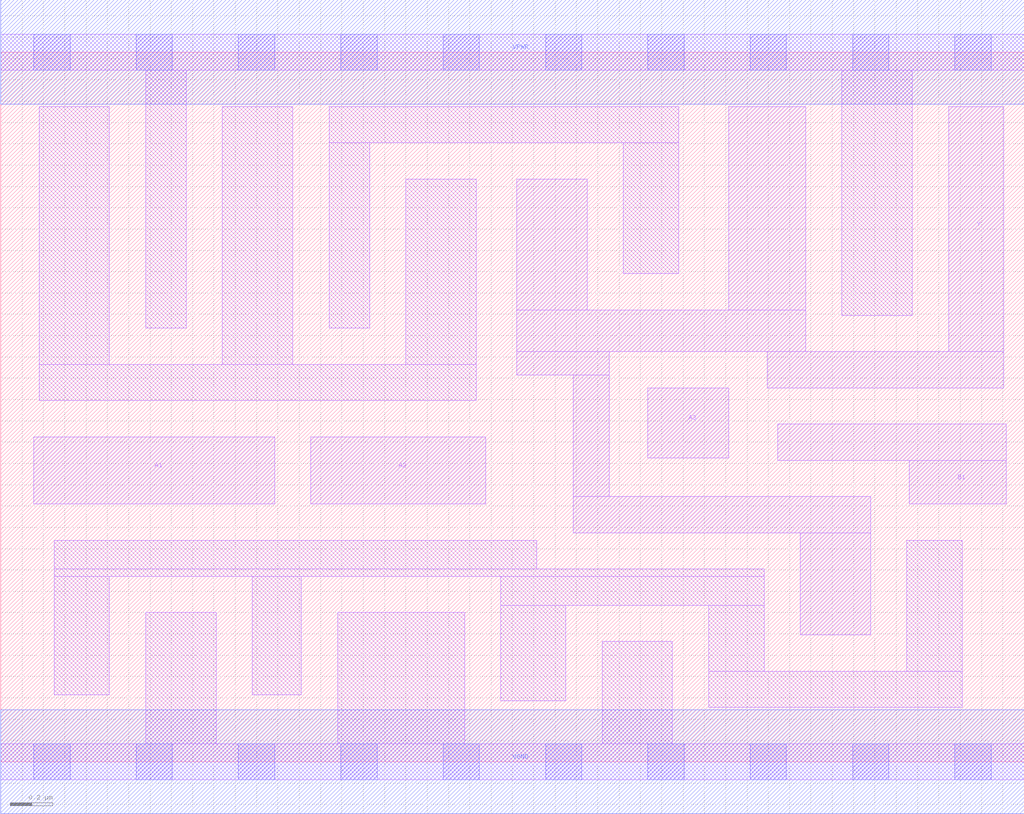
<source format=lef>
# Copyright 2020 The SkyWater PDK Authors
#
# Licensed under the Apache License, Version 2.0 (the "License");
# you may not use this file except in compliance with the License.
# You may obtain a copy of the License at
#
#     https://www.apache.org/licenses/LICENSE-2.0
#
# Unless required by applicable law or agreed to in writing, software
# distributed under the License is distributed on an "AS IS" BASIS,
# WITHOUT WARRANTIES OR CONDITIONS OF ANY KIND, either express or implied.
# See the License for the specific language governing permissions and
# limitations under the License.
#
# SPDX-License-Identifier: Apache-2.0

VERSION 5.7 ;
  NAMESCASESENSITIVE ON ;
  NOWIREEXTENSIONATPIN ON ;
  DIVIDERCHAR "/" ;
  BUSBITCHARS "[]" ;
UNITS
  DATABASE MICRONS 200 ;
END UNITS
MACRO sky130_fd_sc_lp__o31ai_2
  CLASS CORE ;
  FOREIGN sky130_fd_sc_lp__o31ai_2 ;
  ORIGIN  0.000000  0.000000 ;
  SIZE  4.800000 BY  3.330000 ;
  SYMMETRY X Y R90 ;
  SITE unit ;
  PIN A1
    ANTENNAGATEAREA  0.630000 ;
    DIRECTION INPUT ;
    USE SIGNAL ;
    PORT
      LAYER li1 ;
        RECT 0.155000 1.210000 1.285000 1.525000 ;
    END
  END A1
  PIN A2
    ANTENNAGATEAREA  0.630000 ;
    DIRECTION INPUT ;
    USE SIGNAL ;
    PORT
      LAYER li1 ;
        RECT 1.455000 1.210000 2.275000 1.525000 ;
    END
  END A2
  PIN A3
    ANTENNAGATEAREA  0.630000 ;
    DIRECTION INPUT ;
    USE SIGNAL ;
    PORT
      LAYER li1 ;
        RECT 3.035000 1.425000 3.415000 1.755000 ;
    END
  END A3
  PIN B1
    ANTENNAGATEAREA  0.630000 ;
    DIRECTION INPUT ;
    USE SIGNAL ;
    PORT
      LAYER li1 ;
        RECT 3.645000 1.415000 4.715000 1.585000 ;
        RECT 4.260000 1.210000 4.715000 1.415000 ;
    END
  END B1
  PIN Y
    ANTENNADIFFAREA  1.451100 ;
    DIRECTION OUTPUT ;
    USE SIGNAL ;
    PORT
      LAYER li1 ;
        RECT 2.420000 1.815000 2.855000 1.925000 ;
        RECT 2.420000 1.925000 3.775000 2.120000 ;
        RECT 2.420000 2.120000 2.750000 2.735000 ;
        RECT 2.685000 1.075000 4.080000 1.245000 ;
        RECT 2.685000 1.245000 2.855000 1.815000 ;
        RECT 3.415000 2.120000 3.775000 3.075000 ;
        RECT 3.595000 1.755000 4.705000 1.925000 ;
        RECT 3.750000 0.595000 4.080000 1.075000 ;
        RECT 4.445000 1.925000 4.705000 3.075000 ;
    END
  END Y
  PIN VGND
    DIRECTION INOUT ;
    USE GROUND ;
    PORT
      LAYER met1 ;
        RECT 0.000000 -0.245000 4.800000 0.245000 ;
    END
  END VGND
  PIN VPWR
    DIRECTION INOUT ;
    USE POWER ;
    PORT
      LAYER met1 ;
        RECT 0.000000 3.085000 4.800000 3.575000 ;
    END
  END VPWR
  OBS
    LAYER li1 ;
      RECT 0.000000 -0.085000 4.800000 0.085000 ;
      RECT 0.000000  3.245000 4.800000 3.415000 ;
      RECT 0.180000  1.695000 2.230000 1.865000 ;
      RECT 0.180000  1.865000 0.510000 3.075000 ;
      RECT 0.250000  0.315000 0.510000 0.870000 ;
      RECT 0.250000  0.870000 3.580000 0.905000 ;
      RECT 0.250000  0.905000 2.515000 1.040000 ;
      RECT 0.680000  0.085000 1.010000 0.700000 ;
      RECT 0.680000  2.035000 0.870000 3.245000 ;
      RECT 1.040000  1.865000 1.370000 3.075000 ;
      RECT 1.180000  0.315000 1.410000 0.870000 ;
      RECT 1.540000  2.035000 1.730000 2.905000 ;
      RECT 1.540000  2.905000 3.180000 3.075000 ;
      RECT 1.580000  0.085000 2.175000 0.700000 ;
      RECT 1.900000  1.865000 2.230000 2.735000 ;
      RECT 2.345000  0.285000 2.650000 0.735000 ;
      RECT 2.345000  0.735000 3.580000 0.870000 ;
      RECT 2.820000  0.085000 3.150000 0.565000 ;
      RECT 2.920000  2.290000 3.180000 2.905000 ;
      RECT 3.320000  0.255000 4.510000 0.425000 ;
      RECT 3.320000  0.425000 3.580000 0.735000 ;
      RECT 3.945000  2.095000 4.275000 3.245000 ;
      RECT 4.250000  0.425000 4.510000 1.040000 ;
    LAYER mcon ;
      RECT 0.155000 -0.085000 0.325000 0.085000 ;
      RECT 0.155000  3.245000 0.325000 3.415000 ;
      RECT 0.635000 -0.085000 0.805000 0.085000 ;
      RECT 0.635000  3.245000 0.805000 3.415000 ;
      RECT 1.115000 -0.085000 1.285000 0.085000 ;
      RECT 1.115000  3.245000 1.285000 3.415000 ;
      RECT 1.595000 -0.085000 1.765000 0.085000 ;
      RECT 1.595000  3.245000 1.765000 3.415000 ;
      RECT 2.075000 -0.085000 2.245000 0.085000 ;
      RECT 2.075000  3.245000 2.245000 3.415000 ;
      RECT 2.555000 -0.085000 2.725000 0.085000 ;
      RECT 2.555000  3.245000 2.725000 3.415000 ;
      RECT 3.035000 -0.085000 3.205000 0.085000 ;
      RECT 3.035000  3.245000 3.205000 3.415000 ;
      RECT 3.515000 -0.085000 3.685000 0.085000 ;
      RECT 3.515000  3.245000 3.685000 3.415000 ;
      RECT 3.995000 -0.085000 4.165000 0.085000 ;
      RECT 3.995000  3.245000 4.165000 3.415000 ;
      RECT 4.475000 -0.085000 4.645000 0.085000 ;
      RECT 4.475000  3.245000 4.645000 3.415000 ;
  END
END sky130_fd_sc_lp__o31ai_2
END LIBRARY

</source>
